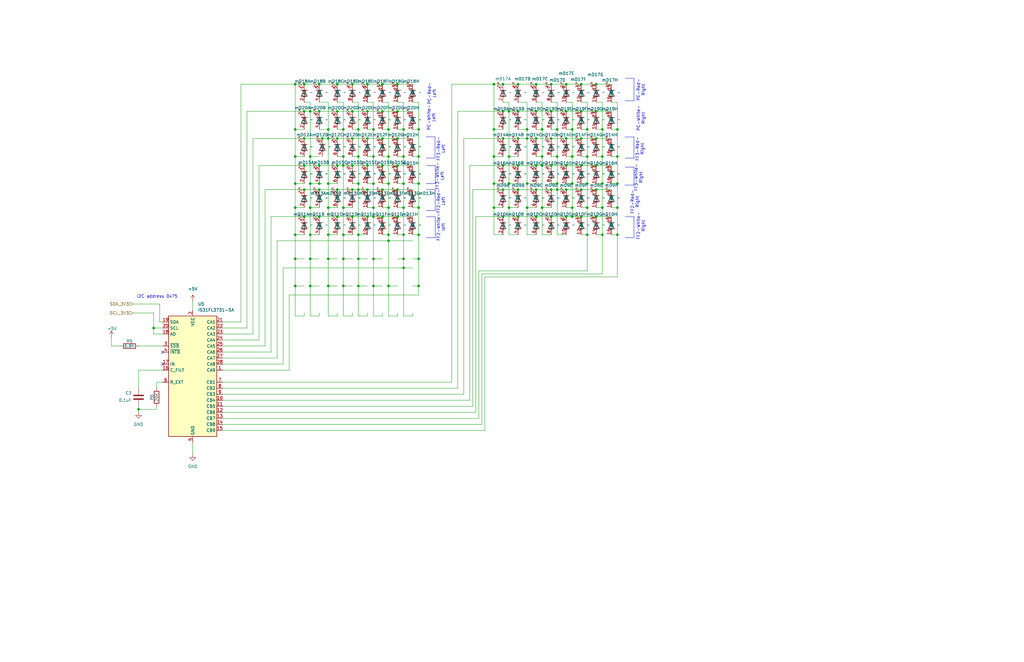
<source format=kicad_sch>
(kicad_sch (version 20231120) (generator "eeschema") (generator_version "8.0")
  (paper "B")
  (lib_symbols
    (symbol "Device:C" (pin_numbers hide) (pin_names (offset 0.254))
      (property "Reference" "C" (at 0.635 2.54 0))
      (property "Value" "C" (at 0.635 -2.54 0))
      (symbol "C_1_1"
        (pin passive line (at 0 3.81 270) (length 2.794) (name "~") (number "1"))
        (pin passive line (at 0 -3.81 90) (length 2.794) (name "~") (number "2"))
      )
    )
    (symbol "Device:R" (pin_numbers hide) (pin_names (offset 0))
      (property "Reference" "R" (at 2.032 0 90))
      (property "Value" "R" (at 0 0 90))
      (symbol "R_1_1"
        (pin passive line (at 0 3.81 270) (length 1.27) (name "~") (number "1"))
        (pin passive line (at 0 -3.81 90) (length 1.27) (name "~") (number "2"))
      )
    )
    (symbol "Driver_LED:IS31FL3731-SA"
      (property "Reference" "U" (at -10.16 26.035 0))
      (property "Value" "IS31FL3731-SA" (at 2.54 -26.035 0))
      (symbol "IS31FL3731-SA_1_1"
        (pin bidirectional line (at 12.7 2.54 180) (length 2.54) (name "CA9") (number "1"))
        (pin bidirectional line (at 12.7 -10.16 180) (length 2.54) (name "CB4") (number "10"))
        (pin bidirectional line (at 12.7 -12.7 180) (length 2.54) (name "CB5") (number "11"))
        (pin bidirectional line (at 12.7 -15.24 180) (length 2.54) (name "CB6") (number "12"))
        (pin bidirectional line (at 12.7 -17.78 180) (length 2.54) (name "CB7") (number "13"))
        (pin bidirectional line (at 12.7 -20.32 180) (length 2.54) (name "CB8") (number "14"))
        (pin bidirectional line (at 12.7 -22.86 180) (length 2.54) (name "CB9") (number "15"))
        (pin passive line (at -12.7 2.54 0) (length 2.54) (name "C_FILT") (number "16"))
        (pin input line (at -12.7 5.08 0) (length 2.54) (name "IN") (number "17"))
        (pin input line (at -12.7 17.78 0) (length 2.54) (name "AD") (number "18"))
        (pin bidirectional line (at -12.7 22.86 0) (length 2.54) (name "SDA") (number "19"))
        (pin power_in line (at 0 27.94 270) (length 2.54) (name "VCC") (number "2"))
        (pin input line (at -12.7 20.32 0) (length 2.54) (name "SCL") (number "20"))
        (pin bidirectional line (at 12.7 22.86 180) (length 2.54) (name "CA1") (number "21"))
        (pin bidirectional line (at 12.7 20.32 180) (length 2.54) (name "CA2") (number "22"))
        (pin bidirectional line (at 12.7 17.78 180) (length 2.54) (name "CA3") (number "23"))
        (pin bidirectional line (at 12.7 15.24 180) (length 2.54) (name "CA4") (number "24"))
        (pin bidirectional line (at 12.7 12.7 180) (length 2.54) (name "CA5") (number "25"))
        (pin bidirectional line (at 12.7 10.16 180) (length 2.54) (name "CA6") (number "26"))
        (pin bidirectional line (at 12.7 7.62 180) (length 2.54) (name "CA7") (number "27"))
        (pin bidirectional line (at 12.7 5.08 180) (length 2.54) (name "CA8") (number "28"))
        (pin input line (at -12.7 12.7 0) (length 2.54) (name "~{SDB}") (number "3"))
        (pin open_collector line (at -12.7 10.16 0) (length 2.54) (name "~{INTB}") (number "4"))
        (pin power_in line (at 0 -27.94 90) (length 2.54) (name "GND") (number "5"))
        (pin passive line (at -12.7 -2.54 0) (length 2.54) (name "R_EXT") (number "6"))
        (pin bidirectional line (at 12.7 -2.54 180) (length 2.54) (name "CB1") (number "7"))
        (pin bidirectional line (at 12.7 -5.08 180) (length 2.54) (name "CB2") (number "8"))
        (pin bidirectional line (at 12.7 -7.62 180) (length 2.54) (name "CB3") (number "9"))
      )
    )
    (symbol "mWW_Library:LEDx8"
      (property "Reference" "mD" (at -0.254 2.286 0))
      (symbol "LEDx8_1_1"
        (pin passive line (at -3.81 0 0) (length 2.54) (name "K1") (number "1"))
        (pin passive line (at 3.81 0 180) (length 2.54) (name "A1") (number "2"))
      )
      (symbol "LEDx8_2_1"
        (pin passive line (at -3.81 0 0) (length 2.54) (name "K2") (number "3"))
        (pin passive line (at 3.81 0 180) (length 2.54) (name "A2") (number "4"))
      )
      (symbol "LEDx8_3_1"
        (pin passive line (at -3.81 0 0) (length 2.54) (name "K3") (number "5"))
        (pin passive line (at 3.81 0 180) (length 2.54) (name "A3") (number "6"))
      )
      (symbol "LEDx8_4_1"
        (pin passive line (at -3.81 0 0) (length 2.54) (name "K4") (number "7"))
        (pin passive line (at 3.81 0 180) (length 2.54) (name "A4") (number "8"))
      )
      (symbol "LEDx8_5_1"
        (pin passive line (at 3.81 0 180) (length 2.54) (name "A5") (number "10"))
        (pin passive line (at -3.81 0 0) (length 2.54) (name "K5") (number "9"))
      )
      (symbol "LEDx8_6_1"
        (pin passive line (at -3.81 0 0) (length 2.54) (name "K6") (number "11"))
        (pin passive line (at 3.81 0 180) (length 2.54) (name "A6") (number "12"))
      )
      (symbol "LEDx8_7_1"
        (pin passive line (at -3.81 0 0) (length 2.54) (name "K7") (number "13"))
        (pin passive line (at 3.81 0 180) (length 2.54) (name "A7") (number "14"))
      )
      (symbol "LEDx8_8_1"
        (pin passive line (at -3.81 0 0) (length 2.54) (name "K8") (number "15"))
        (pin passive line (at 3.81 0 180) (length 2.54) (name "A8") (number "16"))
      )
    )
    (symbol "power:+5V" (power) (pin_numbers hide) (pin_names (offset 0) hide)
      (property "Value" "+5V" (at 0 3.556 0))
      (symbol "+5V_1_1"
        (pin power_in line (at 0 0 90) (length 0) (name "~") (number "1"))
      )
    )
    (symbol "power:GND" (power) (pin_numbers hide) (pin_names (offset 0) hide)
      (property "Value" "GND" (at 0 -3.81 0))
      (symbol "GND_1_1"
        (pin power_in line (at 0 0 270) (length 0) (name "~") (number "1"))
      )
    )
  )
  (junction (at 124.46 120.65))
  (junction (at 142.24 69.85))
  (junction (at 142.24 58.42))
  (junction (at 260.35 99.06))
  (junction (at 157.48 54.61))
  (junction (at 167.64 35.56))
  (junction (at 151.13 77.47))
  (junction (at 176.53 66.04))
  (junction (at 208.28 77.47))
  (junction (at 241.3 66.04))
  (junction (at 226.06 46.99))
  (junction (at 170.18 99.06))
  (junction (at 247.65 66.04))
  (junction (at 138.43 99.06))
  (junction (at 144.78 66.04))
  (junction (at 161.29 46.99))
  (junction (at 234.95 54.61))
  (junction (at 228.6 87.63))
  (junction (at 176.53 54.61))
  (junction (at 151.13 99.06))
  (junction (at 157.48 77.47))
  (junction (at 170.18 109.22))
  (junction (at 134.62 80.01))
  (junction (at 124.46 77.47))
  (junction (at 170.18 87.63))
  (junction (at 247.65 54.61))
  (junction (at 245.11 91.44))
  (junction (at 212.09 69.85))
  (junction (at 212.09 80.01))
  (junction (at 151.13 109.22))
  (junction (at 161.29 58.42))
  (junction (at 212.09 91.44))
  (junction (at 157.48 120.65))
  (junction (at 124.46 99.06))
  (junction (at 245.11 80.01))
  (junction (at 151.13 66.04))
  (junction (at 228.6 69.85))
  (junction (at 161.29 35.56))
  (junction (at 232.41 35.56))
  (junction (at 222.25 58.42))
  (junction (at 228.6 54.61))
  (junction (at 134.62 77.47))
  (junction (at 232.41 80.01))
  (junction (at 251.46 91.44))
  (junction (at 151.13 54.61))
  (junction (at 170.18 77.47))
  (junction (at 161.29 91.44))
  (junction (at 167.64 69.85))
  (junction (at 157.48 91.44))
  (junction (at 212.09 46.99))
  (junction (at 208.28 35.56))
  (junction (at 142.24 80.01))
  (junction (at 245.11 35.56))
  (junction (at 170.18 54.61))
  (junction (at 232.41 91.44))
  (junction (at 130.81 77.47))
  (junction (at 208.28 54.61))
  (junction (at 238.76 80.01))
  (junction (at 144.78 87.63))
  (junction (at 154.94 35.56))
  (junction (at 142.24 46.99))
  (junction (at 238.76 91.44))
  (junction (at 212.09 58.42))
  (junction (at 226.06 58.42))
  (junction (at 218.44 69.85))
  (junction (at 218.44 35.56))
  (junction (at 58.42 172.72))
  (junction (at 148.59 35.56))
  (junction (at 170.18 66.04))
  (junction (at 232.41 69.85))
  (junction (at 130.81 66.04))
  (junction (at 142.24 91.44))
  (junction (at 232.41 46.99))
  (junction (at 251.46 69.85))
  (junction (at 148.59 91.44))
  (junction (at 218.44 80.01))
  (junction (at 138.43 58.42))
  (junction (at 163.83 120.65))
  (junction (at 214.63 87.63))
  (junction (at 138.43 109.22))
  (junction (at 238.76 69.85))
  (junction (at 154.94 69.85))
  (junction (at 176.53 87.63))
  (junction (at 154.94 80.01))
  (junction (at 138.43 54.61))
  (junction (at 151.13 80.01))
  (junction (at 241.3 87.63))
  (junction (at 128.27 91.44))
  (junction (at 134.62 46.99))
  (junction (at 228.6 66.04))
  (junction (at 144.78 109.22))
  (junction (at 142.24 35.56))
  (junction (at 176.53 120.65))
  (junction (at 167.64 58.42))
  (junction (at 138.43 120.65))
  (junction (at 238.76 46.99))
  (junction (at 247.65 99.06))
  (junction (at 148.59 80.01))
  (junction (at 130.81 120.65))
  (junction (at 222.25 54.61))
  (junction (at 134.62 35.56))
  (junction (at 157.48 109.22))
  (junction (at 151.13 120.65))
  (junction (at 222.25 77.47))
  (junction (at 128.27 58.42))
  (junction (at 214.63 77.47))
  (junction (at 157.48 66.04))
  (junction (at 154.94 91.44))
  (junction (at 167.64 91.44))
  (junction (at 247.65 87.63))
  (junction (at 212.09 35.56))
  (junction (at 154.94 58.42))
  (junction (at 245.11 58.42))
  (junction (at 176.53 77.47))
  (junction (at 234.95 80.01))
  (junction (at 218.44 58.42))
  (junction (at 128.27 69.85))
  (junction (at 154.94 46.99))
  (junction (at 163.83 77.47))
  (junction (at 163.83 54.61))
  (junction (at 247.65 77.47))
  (junction (at 130.81 109.22))
  (junction (at 232.41 58.42))
  (junction (at 254 54.61))
  (junction (at 254 87.63))
  (junction (at 163.83 87.63))
  (junction (at 226.06 80.01))
  (junction (at 251.46 58.42))
  (junction (at 241.3 91.44))
  (junction (at 148.59 46.99))
  (junction (at 157.48 87.63))
  (junction (at 128.27 35.56))
  (junction (at 138.43 87.63))
  (junction (at 148.59 58.42))
  (junction (at 254 99.06))
  (junction (at 226.06 91.44))
  (junction (at 144.78 99.06))
  (junction (at 144.78 69.85))
  (junction (at 260.35 77.47))
  (junction (at 124.46 35.56))
  (junction (at 176.53 99.06))
  (junction (at 251.46 46.99))
  (junction (at 64.77 138.43))
  (junction (at 144.78 54.61))
  (junction (at 163.83 99.06))
  (junction (at 176.53 109.22))
  (junction (at 245.11 46.99))
  (junction (at 124.46 87.63))
  (junction (at 144.78 120.65))
  (junction (at 124.46 66.04))
  (junction (at 241.3 77.47))
  (junction (at 234.95 66.04))
  (junction (at 167.64 80.01))
  (junction (at 251.46 80.01))
  (junction (at 163.83 101.6))
  (junction (at 148.59 69.85))
  (junction (at 260.35 66.04))
  (junction (at 238.76 58.42))
  (junction (at 128.27 46.99))
  (junction (at 226.06 69.85))
  (junction (at 214.63 46.99))
  (junction (at 167.64 46.99))
  (junction (at 260.35 87.63))
  (junction (at 245.11 69.85))
  (junction (at 208.28 66.04))
  (junction (at 251.46 35.56))
  (junction (at 163.83 66.04))
  (junction (at 161.29 69.85))
  (junction (at 130.81 46.99))
  (junction (at 134.62 69.85))
  (junction (at 238.76 35.56))
  (junction (at 218.44 46.99))
  (junction (at 161.29 80.01))
  (junction (at 254 66.04))
  (junction (at 134.62 91.44))
  (junction (at 130.81 87.63))
  (junction (at 222.25 87.63))
  (junction (at 124.46 54.61))
  (junction (at 260.35 54.61))
  (junction (at 130.81 99.06))
  (junction (at 170.18 113.03))
  (junction (at 226.06 35.56))
  (junction (at 241.3 54.61))
  (junction (at 128.27 80.01))
  (junction (at 124.46 109.22))
  (junction (at 214.63 66.04))
  (junction (at 254 77.47))
  (junction (at 135.89 58.42))
  (junction (at 208.28 87.63))
  (junction (at 138.43 77.47))
  (junction (at 234.95 77.47))
  (junction (at 218.44 91.44))
  (no_connect (at 68.58 153.67))
  (no_connect (at 68.58 148.59))
  (wire (pts (xy 245.11 58.42) (xy 251.46 58.42)))
  (wire (pts (xy 214.63 66.04) (xy 214.63 77.47)))
  (wire (pts (xy 154.94 54.61) (xy 157.48 54.61)))
  (wire (pts (xy 144.78 120.65) (xy 148.59 120.65)))
  (wire (pts (xy 208.28 87.63) (xy 208.28 99.06)))
  (wire (pts (xy 124.46 54.61) (xy 124.46 66.04)))
  (wire (pts (xy 212.09 69.85) (xy 218.44 69.85)))
  (wire (pts (xy 247.65 66.04) (xy 247.65 77.47)))
  (wire (pts (xy 200.66 91.44) (xy 200.66 173.99)))
  (wire (pts (xy 151.13 66.04) (xy 151.13 77.47)))
  (wire (pts (xy 170.18 66.04) (xy 170.18 77.47)))
  (wire (pts (xy 128.27 46.99) (xy 130.81 46.99)))
  (polyline (pts (xy 179.7874 91.472) (xy 183.5974 91.472)))
  (wire (pts (xy 214.63 46.99) (xy 218.44 46.99)))
  (wire (pts (xy 128.27 58.42) (xy 135.89 58.42)))
  (wire (pts (xy 173.99 120.65) (xy 176.53 120.65)))
  (wire (pts (xy 208.28 77.47) (xy 208.28 87.63)))
  (wire (pts (xy 173.99 99.06) (xy 176.53 99.06)))
  (wire (pts (xy 161.29 46.99) (xy 167.64 46.99)))
  (wire (pts (xy 241.3 87.63) (xy 241.3 91.44)))
  (wire (pts (xy 251.46 69.85) (xy 257.81 69.85)))
  (wire (pts (xy 114.3 91.44) (xy 114.3 148.59)))
  (wire (pts (xy 245.11 54.61) (xy 247.65 54.61)))
  (wire (pts (xy 218.44 54.61) (xy 222.25 54.61)))
  (polyline (pts (xy 263.6074 33.052) (xy 267.4174 33.052)))
  (wire (pts (xy 161.29 132.08) (xy 161.29 133.35)))
  (wire (pts (xy 208.28 66.04) (xy 208.28 77.47)))
  (wire (pts (xy 154.94 91.44) (xy 157.48 91.44)))
  (wire (pts (xy 161.29 58.42) (xy 167.64 58.42)))
  (wire (pts (xy 151.13 99.06) (xy 154.94 99.06)))
  (wire (pts (xy 214.63 66.04) (xy 218.44 66.04)))
  (wire (pts (xy 161.29 35.56) (xy 167.64 35.56)))
  (wire (pts (xy 203.2 115.57) (xy 254 115.57)))
  (wire (pts (xy 234.95 99.06) (xy 238.76 99.06)))
  (wire (pts (xy 214.63 77.47) (xy 218.44 77.47)))
  (wire (pts (xy 124.46 77.47) (xy 124.46 87.63)))
  (wire (pts (xy 138.43 120.65) (xy 142.24 120.65)))
  (wire (pts (xy 163.83 101.6) (xy 173.99 101.6)))
  (wire (pts (xy 104.14 46.99) (xy 128.27 46.99)))
  (wire (pts (xy 144.78 43.18) (xy 144.78 54.61)))
  (polyline (pts (xy 183.515 91.472) (xy 183.515 100.33)))
  (wire (pts (xy 257.81 54.61) (xy 260.35 54.61)))
  (wire (pts (xy 214.63 43.18) (xy 214.63 46.99)))
  (wire (pts (xy 228.6 69.85) (xy 228.6 87.63)))
  (wire (pts (xy 161.29 77.47) (xy 163.83 77.47)))
  (wire (pts (xy 144.78 43.18) (xy 142.24 43.18)))
  (wire (pts (xy 222.25 87.63) (xy 226.06 87.63)))
  (wire (pts (xy 151.13 99.06) (xy 151.13 109.22)))
  (wire (pts (xy 128.27 43.18) (xy 130.81 43.18)))
  (wire (pts (xy 247.65 87.63) (xy 247.65 99.06)))
  (wire (pts (xy 151.13 120.65) (xy 154.94 120.65)))
  (wire (pts (xy 257.81 87.63) (xy 260.35 87.63)))
  (wire (pts (xy 157.48 91.44) (xy 161.29 91.44)))
  (wire (pts (xy 167.64 54.61) (xy 170.18 54.61)))
  (wire (pts (xy 241.3 54.61) (xy 241.3 66.04)))
  (wire (pts (xy 234.95 43.18) (xy 234.95 54.61)))
  (wire (pts (xy 55.88 128.27) (xy 67.31 128.27)))
  (wire (pts (xy 228.6 87.63) (xy 228.6 99.06)))
  (wire (pts (xy 58.42 156.21) (xy 58.42 163.83)))
  (wire (pts (xy 245.11 69.85) (xy 251.46 69.85)))
  (wire (pts (xy 93.98 140.97) (xy 106.68 140.97)))
  (wire (pts (xy 218.44 43.18) (xy 222.25 43.18)))
  (wire (pts (xy 148.59 35.56) (xy 154.94 35.56)))
  (wire (pts (xy 144.78 99.06) (xy 144.78 109.22)))
  (wire (pts (xy 226.06 80.01) (xy 232.41 80.01)))
  (wire (pts (xy 154.94 46.99) (xy 161.29 46.99)))
  (wire (pts (xy 135.89 58.42) (xy 138.43 58.42)))
  (wire (pts (xy 232.41 35.56) (xy 238.76 35.56)))
  (wire (pts (xy 157.48 120.65) (xy 161.29 120.65)))
  (wire (pts (xy 68.58 140.97) (xy 64.77 140.97)))
  (wire (pts (xy 119.38 113.03) (xy 170.18 113.03)))
  (wire (pts (xy 254 54.61) (xy 254 66.04)))
  (wire (pts (xy 167.64 35.56) (xy 173.99 35.56)))
  (wire (pts (xy 68.58 138.43) (xy 64.77 138.43)))
  (wire (pts (xy 163.83 120.65) (xy 167.64 120.65)))
  (wire (pts (xy 238.76 66.04) (xy 241.3 66.04)))
  (wire (pts (xy 218.44 80.01) (xy 218.44 82.55)))
  (wire (pts (xy 161.29 66.04) (xy 163.83 66.04)))
  (wire (pts (xy 58.42 172.72) (xy 66.04 172.72)))
  (wire (pts (xy 238.76 91.44) (xy 241.3 91.44)))
  (wire (pts (xy 218.44 35.56) (xy 226.06 35.56)))
  (wire (pts (xy 163.83 101.6) (xy 163.83 120.65)))
  (wire (pts (xy 58.42 146.05) (xy 68.58 146.05)))
  (wire (pts (xy 228.6 43.18) (xy 226.06 43.18)))
  (wire (pts (xy 142.24 132.08) (xy 142.24 133.35)))
  (wire (pts (xy 148.59 69.85) (xy 154.94 69.85)))
  (polyline (pts (xy 267.335 57.785) (xy 267.335 66.707)))
  (wire (pts (xy 154.94 69.85) (xy 161.29 69.85)))
  (wire (pts (xy 106.68 140.97) (xy 106.68 58.42)))
  (wire (pts (xy 101.6 135.89) (xy 101.6 35.56)))
  (wire (pts (xy 124.46 35.56) (xy 124.46 54.61)))
  (wire (pts (xy 212.09 80.01) (xy 218.44 80.01)))
  (wire (pts (xy 173.99 109.22) (xy 176.53 109.22)))
  (wire (pts (xy 151.13 80.01) (xy 151.13 77.47)))
  (wire (pts (xy 142.24 54.61) (xy 144.78 54.61)))
  (wire (pts (xy 238.76 80.01) (xy 238.76 82.55)))
  (wire (pts (xy 260.35 99.06) (xy 260.35 116.84)))
  (wire (pts (xy 212.09 91.44) (xy 218.44 91.44)))
  (wire (pts (xy 124.46 35.56) (xy 128.27 35.56)))
  (wire (pts (xy 176.53 66.04) (xy 176.53 77.47)))
  (wire (pts (xy 170.18 77.47) (xy 170.18 87.63)))
  (wire (pts (xy 144.78 120.65) (xy 144.78 133.35)))
  (wire (pts (xy 144.78 69.85) (xy 144.78 87.63)))
  (wire (pts (xy 214.63 87.63) (xy 214.63 99.06)))
  (wire (pts (xy 163.83 66.04) (xy 163.83 77.47)))
  (wire (pts (xy 111.76 146.05) (xy 111.76 80.01)))
  (wire (pts (xy 93.98 135.89) (xy 101.6 135.89)))
  (wire (pts (xy 234.95 66.04) (xy 234.95 77.47)))
  (wire (pts (xy 254 66.04) (xy 254 77.47)))
  (wire (pts (xy 201.93 176.53) (xy 201.93 114.3)))
  (wire (pts (xy 245.11 43.18) (xy 247.65 43.18)))
  (wire (pts (xy 124.46 87.63) (xy 124.46 99.06)))
  (wire (pts (xy 144.78 69.85) (xy 144.78 66.04)))
  (wire (pts (xy 81.28 186.69) (xy 81.28 191.77)))
  (wire (pts (xy 124.46 66.04) (xy 128.27 66.04)))
  (wire (pts (xy 222.25 58.42) (xy 222.25 77.47)))
  (polyline (pts (xy 179.705 77.47) (xy 183.515 77.47)))
  (wire (pts (xy 167.64 46.99) (xy 173.99 46.99)))
  (wire (pts (xy 121.92 124.46) (xy 176.53 124.46)))
  (wire (pts (xy 124.46 109.22) (xy 128.27 109.22)))
  (wire (pts (xy 142.24 66.04) (xy 144.78 66.04)))
  (polyline (pts (xy 263.6074 70.517) (xy 267.4174 70.517)))
  (wire (pts (xy 238.76 58.42) (xy 245.11 58.42)))
  (wire (pts (xy 176.53 109.22) (xy 176.53 120.65)))
  (wire (pts (xy 199.39 171.45) (xy 93.98 171.45)))
  (wire (pts (xy 138.43 43.18) (xy 138.43 54.61)))
  (wire (pts (xy 151.13 120.65) (xy 151.13 133.35)))
  (wire (pts (xy 142.24 58.42) (xy 148.59 58.42)))
  (wire (pts (xy 144.78 109.22) (xy 144.78 120.65)))
  (wire (pts (xy 232.41 77.47) (xy 234.95 77.47)))
  (wire (pts (xy 245.11 66.04) (xy 247.65 66.04)))
  (wire (pts (xy 134.62 80.01) (xy 142.24 80.01)))
  (wire (pts (xy 134.62 43.18) (xy 138.43 43.18)))
  (wire (pts (xy 142.24 91.44) (xy 148.59 91.44)))
  (wire (pts (xy 124.46 66.04) (xy 124.46 77.47)))
  (wire (pts (xy 46.99 146.05) (xy 50.8 146.05)))
  (wire (pts (xy 226.06 80.01) (xy 226.06 82.55)))
  (wire (pts (xy 238.76 77.47) (xy 241.3 77.47)))
  (wire (pts (xy 214.63 99.06) (xy 218.44 99.06)))
  (wire (pts (xy 148.59 91.44) (xy 154.94 91.44)))
  (wire (pts (xy 176.53 99.06) (xy 176.53 109.22)))
  (wire (pts (xy 128.27 80.01) (xy 134.62 80.01)))
  (wire (pts (xy 104.14 138.43) (xy 104.14 46.99)))
  (wire (pts (xy 212.09 46.99) (xy 214.63 46.99)))
  (wire (pts (xy 142.24 69.85) (xy 144.78 69.85)))
  (wire (pts (xy 151.13 54.61) (xy 151.13 66.04)))
  (wire (pts (xy 128.27 133.35) (xy 124.46 133.35)))
  (wire (pts (xy 130.81 43.18) (xy 130.81 46.99)))
  (wire (pts (xy 254 87.63) (xy 254 99.06)))
  (wire (pts (xy 138.43 120.65) (xy 138.43 133.35)))
  (wire (pts (xy 128.27 91.44) (xy 134.62 91.44)))
  (wire (pts (xy 106.68 58.42) (xy 128.27 58.42)))
  (polyline (pts (xy 179.7874 69.882) (xy 183.5974 69.882)))
  (wire (pts (xy 245.11 80.01) (xy 245.11 82.55)))
  (wire (pts (xy 134.62 77.47) (xy 135.89 77.47)))
  (wire (pts (xy 93.98 161.29) (xy 190.5 161.29)))
  (wire (pts (xy 167.64 80.01) (xy 173.99 80.01)))
  (wire (pts (xy 228.6 69.85) (xy 228.6 66.04)))
  (wire (pts (xy 161.29 99.06) (xy 163.83 99.06)))
  (wire (pts (xy 148.59 132.08) (xy 148.59 133.35)))
  (wire (pts (xy 163.83 99.06) (xy 163.83 101.6)))
  (wire (pts (xy 151.13 43.18) (xy 148.59 43.18)))
  (polyline (pts (xy 179.705 100.33) (xy 183.515 100.33)))
  (polyline (pts (xy 179.7874 80.042) (xy 183.5974 80.042)))
  (wire (pts (xy 93.98 173.99) (xy 200.66 173.99)))
  (wire (pts (xy 195.58 58.42) (xy 212.09 58.42)))
  (wire (pts (xy 151.13 43.18) (xy 151.13 54.61)))
  (wire (pts (xy 198.12 69.85) (xy 212.09 69.85)))
  (wire (pts (xy 170.18 109.22) (xy 170.18 113.03)))
  (wire (pts (xy 222.25 77.47) (xy 222.25 87.63)))
  (wire (pts (xy 226.06 91.44) (xy 232.41 91.44)))
  (wire (pts (xy 157.48 54.61) (xy 157.48 66.04)))
  (wire (pts (xy 142.24 80.01) (xy 148.59 80.01)))
  (wire (pts (xy 199.39 80.01) (xy 212.09 80.01)))
  (wire (pts (xy 176.53 77.47) (xy 176.53 87.63)))
  (wire (pts (xy 228.6 87.63) (xy 232.41 87.63)))
  (polyline (pts (xy 179.705 66.675) (xy 183.515 66.675)))
  (wire (pts (xy 93.98 156.21) (xy 121.92 156.21)))
  (wire (pts (xy 142.24 133.35) (xy 138.43 133.35)))
  (wire (pts (xy 226.06 46.99) (xy 232.41 46.99)))
  (wire (pts (xy 138.43 99.06) (xy 142.24 99.06)))
  (wire (pts (xy 46.99 142.24) (xy 46.99 146.05)))
  (wire (pts (xy 109.22 69.85) (xy 128.27 69.85)))
  (wire (pts (xy 134.62 54.61) (xy 138.43 54.61)))
  (polyline (pts (xy 183.515 80.042) (xy 183.515 88.9)))
  (wire (pts (xy 154.94 66.04) (xy 157.48 66.04)))
  (wire (pts (xy 130.81 109.22) (xy 130.81 120.65)))
  (wire (pts (xy 138.43 58.42) (xy 138.43 77.47)))
  (wire (pts (xy 157.48 43.18) (xy 157.48 54.61)))
  (wire (pts (xy 251.46 99.06) (xy 254 99.06)))
  (wire (pts (xy 130.81 133.35) (xy 134.62 133.35)))
  (wire (pts (xy 245.11 46.99) (xy 251.46 46.99)))
  (wire (pts (xy 148.59 58.42) (xy 154.94 58.42)))
  (wire (pts (xy 138.43 87.63) (xy 142.24 87.63)))
  (wire (pts (xy 251.46 46.99) (xy 257.81 46.99)))
  (wire (pts (xy 260.35 66.04) (xy 260.35 77.47)))
  (wire (pts (xy 238.76 80.01) (xy 245.11 80.01)))
  (wire (pts (xy 212.09 35.56) (xy 218.44 35.56)))
  (wire (pts (xy 154.94 80.01) (xy 161.29 80.01)))
  (wire (pts (xy 170.18 43.18) (xy 167.64 43.18)))
  (wire (pts (xy 176.53 120.65) (xy 176.53 124.46)))
  (wire (pts (xy 260.35 87.63) (xy 260.35 99.06)))
  (wire (pts (xy 260.35 77.47) (xy 260.35 87.63)))
  (wire (pts (xy 130.81 109.22) (xy 134.62 109.22)))
  (wire (pts (xy 148.59 66.04) (xy 151.13 66.04)))
  (wire (pts (xy 245.11 87.63) (xy 247.65 87.63)))
  (wire (pts (xy 260.35 43.18) (xy 260.35 54.61)))
  (wire (pts (xy 198.12 69.85) (xy 198.12 168.91)))
  (wire (pts (xy 134.62 133.35) (xy 134.62 132.08)))
  (wire (pts (xy 134.62 91.44) (xy 142.24 91.44)))
  (wire (pts (xy 114.3 91.44) (xy 128.27 91.44)))
  (wire (pts (xy 245.11 80.01) (xy 251.46 80.01)))
  (wire (pts (xy 163.83 43.18) (xy 163.83 54.61)))
  (wire (pts (xy 234.95 80.01) (xy 234.95 99.06)))
  (wire (pts (xy 124.46 54.61) (xy 128.27 54.61)))
  (wire (pts (xy 101.6 35.56) (xy 124.46 35.56)))
  (wire (pts (xy 218.44 58.42) (xy 222.25 58.42)))
  (wire (pts (xy 232.41 80.01) (xy 234.95 80.01)))
  (wire (pts (xy 254 99.06) (xy 254 115.57)))
  (polyline (pts (xy 183.4326 57.753) (xy 183.4326 66.675)))
  (polyline (pts (xy 263.6074 91.472) (xy 267.4174 91.472)))
  (wire (pts (xy 173.99 43.18) (xy 176.53 43.18)))
  (wire (pts (xy 170.18 113.03) (xy 170.18 133.35)))
  (wire (pts (xy 134.62 35.56) (xy 142.24 35.56)))
  (wire (pts (xy 124.46 77.47) (xy 128.27 77.47)))
  (wire (pts (xy 154.94 77.47) (xy 157.48 77.47)))
  (wire (pts (xy 173.99 132.08) (xy 173.99 133.35)))
  (wire (pts (xy 198.12 168.91) (xy 93.98 168.91)))
  (wire (pts (xy 157.48 66.04) (xy 157.48 77.47)))
  (wire (pts (xy 163.83 54.61) (xy 163.83 66.04)))
  (wire (pts (xy 128.27 132.08) (xy 128.27 133.35)))
  (wire (pts (xy 222.25 58.42) (xy 226.06 58.42)))
  (wire (pts (xy 130.81 46.99) (xy 130.81 66.04)))
  (wire (pts (xy 64.77 140.97) (xy 64.77 138.43)))
  (wire (pts (xy 173.99 133.35) (xy 170.18 133.35)))
  (wire (pts (xy 218.44 46.99) (xy 226.06 46.99)))
  (wire (pts (xy 68.58 135.89) (xy 67.31 135.89)))
  (wire (pts (xy 193.04 163.83) (xy 193.04 46.99)))
  (wire (pts (xy 245.11 99.06) (xy 247.65 99.06)))
  (wire (pts (xy 251.46 66.04) (xy 254 66.04)))
  (wire (pts (xy 130.81 77.47) (xy 130.81 87.63)))
  (wire (pts (xy 234.95 80.01) (xy 238.76 80.01)))
  (wire (pts (xy 251.46 80.01) (xy 257.81 80.01)))
  (wire (pts (xy 144.78 87.63) (xy 144.78 99.06)))
  (wire (pts (xy 234.95 43.18) (xy 232.41 43.18)))
  (wire (pts (xy 254 43.18) (xy 251.46 43.18)))
  (wire (pts (xy 170.18 54.61) (xy 170.18 66.04)))
  (wire (pts (xy 203.2 179.07) (xy 203.2 115.57)))
  (wire (pts (xy 260.35 54.61) (xy 260.35 66.04)))
  (wire (pts (xy 157.48 91.44) (xy 157.48 87.63)))
  (wire (pts (xy 138.43 77.47) (xy 142.24 77.47)))
  (wire (pts (xy 257.81 99.06) (xy 260.35 99.06)))
  (wire (pts (xy 251.46 77.47) (xy 254 77.47)))
  (wire (pts (xy 245.11 77.47) (xy 247.65 77.47)))
  (wire (pts (xy 157.48 77.47) (xy 157.48 87.63)))
  (wire (pts (xy 138.43 109.22) (xy 138.43 120.65)))
  (wire (pts (xy 130.81 87.63) (xy 130.81 99.06)))
  (wire (pts (xy 212.09 43.18) (xy 214.63 43.18)))
  (wire (pts (xy 148.59 54.61) (xy 151.13 54.61)))
  (wire (pts (xy 167.64 69.85) (xy 173.99 69.85)))
  (wire (pts (xy 124.46 99.06) (xy 124.46 109.22)))
  (wire (pts (xy 154.94 87.63) (xy 157.48 87.63)))
  (wire (pts (xy 161.29 133.35) (xy 157.48 133.35)))
  (wire (pts (xy 167.64 77.47) (xy 170.18 77.47)))
  (wire (pts (xy 208.28 87.63) (xy 212.09 87.63)))
  (wire (pts (xy 232.41 54.61) (xy 234.95 54.61)))
  (wire (pts (xy 170.18 113.03) (xy 173.99 113.03)))
  (wire (pts (xy 226.06 58.42) (xy 232.41 58.42)))
  (wire (pts (xy 238.76 35.56) (xy 245.11 35.56)))
  (wire (pts (xy 226.06 69.85) (xy 228.6 69.85)))
  (wire (pts (xy 134.62 46.99) (xy 142.24 46.99)))
  (wire (pts (xy 218.44 91.44) (xy 226.06 91.44)))
  (wire (pts (xy 163.83 87.63) (xy 163.83 99.06)))
  (wire (pts (xy 142.24 35.56) (xy 148.59 35.56)))
  (wire (pts (xy 157.48 109.22) (xy 157.48 120.65)))
  (wire (pts (xy 214.63 87.63) (xy 218.44 87.63)))
  (wire (pts (xy 254 43.18) (xy 254 54.61)))
  (wire (pts (xy 208.28 54.61) (xy 212.09 54.61)))
  (wire (pts (xy 148.59 46.99) (xy 154.94 46.99)))
  (wire (pts (xy 167.64 133.35) (xy 167.64 132.08)))
  (wire (pts (xy 247.65 43.18) (xy 247.65 54.61)))
  (wire (pts (xy 170.18 99.06) (xy 170.18 109.22)))
  (wire (pts (xy 212.09 77.47) (xy 208.28 77.47)))
  (wire (pts (xy 93.98 179.07) (xy 203.2 179.07)))
  (polyline (pts (xy 179.6226 57.753) (xy 183.4326 57.753)))
  (wire (pts (xy 251.46 80.01) (xy 251.46 82.55)))
  (wire (pts (xy 93.98 151.13) (xy 116.84 151.13)))
  (wire (pts (xy 93.98 153.67) (xy 119.38 153.67)))
  (wire (pts (xy 161.29 43.18) (xy 163.83 43.18)))
  (wire (pts (xy 157.48 109.22) (xy 161.29 109.22)))
  (wire (pts (xy 251.46 87.63) (xy 254 87.63)))
  (wire (pts (xy 154.94 35.56) (xy 161.29 35.56)))
  (wire (pts (xy 257.81 77.47) (xy 260.35 77.47)))
  (polyline (pts (xy 267.335 91.472) (xy 267.335 100.33)))
  (wire (pts (xy 66.04 171.45) (xy 66.04 172.72)))
  (wire (pts (xy 154.94 58.42) (xy 161.29 58.42)))
  (wire (pts (xy 167.64 99.06) (xy 170.18 99.06)))
  (wire (pts (xy 173.99 87.63) (xy 176.53 87.63)))
  (wire (pts (xy 228.6 69.85) (xy 232.41 69.85)))
  (wire (pts (xy 124.46 120.65) (xy 128.27 120.65)))
  (wire (pts (xy 176.53 87.63) (xy 176.53 99.06)))
  (wire (pts (xy 238.76 46.99) (xy 245.11 46.99)))
  (wire (pts (xy 251.46 58.42) (xy 257.81 58.42)))
  (wire (pts (xy 93.98 143.51) (xy 109.22 143.51)))
  (wire (pts (xy 173.99 66.04) (xy 176.53 66.04)))
  (wire (pts (xy 173.99 77.47) (xy 176.53 77.47)))
  (wire (pts (xy 167.64 87.63) (xy 170.18 87.63)))
  (wire (pts (xy 176.53 43.18) (xy 176.53 54.61)))
  (wire (pts (xy 257.81 66.04) (xy 260.35 66.04)))
  (wire (pts (xy 58.42 171.45) (xy 58.42 172.72)))
  (wire (pts (xy 124.46 99.06) (xy 128.27 99.06)))
  (wire (pts (xy 251.46 91.44) (xy 257.81 91.44)))
  (polyline (pts (xy 263.525 100.33) (xy 267.335 100.33)))
  (wire (pts (xy 234.95 54.61) (xy 234.95 66.04)))
  (wire (pts (xy 93.98 166.37) (xy 195.58 166.37)))
  (wire (pts (xy 55.88 132.08) (xy 64.77 132.08)))
  (wire (pts (xy 241.3 43.18) (xy 238.76 43.18)))
  (wire (pts (xy 93.98 176.53) (xy 201.93 176.53)))
  (wire (pts (xy 66.04 161.29) (xy 66.04 163.83)))
  (wire (pts (xy 204.47 116.84) (xy 260.35 116.84)))
  (wire (pts (xy 130.81 99.06) (xy 130.81 109.22)))
  (wire (pts (xy 228.6 43.18) (xy 228.6 54.61)))
  (wire (pts (xy 161.29 80.01) (xy 167.64 80.01)))
  (wire (pts (xy 157.48 91.44) (xy 157.48 109.22)))
  (wire (pts (xy 245.11 35.56) (xy 251.46 35.56)))
  (wire (pts (xy 167.64 66.04) (xy 170.18 66.04)))
  (wire (pts (xy 163.83 77.47) (xy 163.83 87.63)))
  (wire (pts (xy 130.81 66.04) (xy 134.62 66.04)))
  (wire (pts (xy 226.06 35.56) (xy 232.41 35.56)))
  (polyline (pts (xy 179.705 88.9) (xy 183.515 88.9)))
  (polyline (pts (xy 263.525 42.545) (xy 267.335 42.545)))
  (wire (pts (xy 208.28 54.61) (xy 208.28 66.04)))
  (wire (pts (xy 190.5 161.29) (xy 190.5 35.56)))
  (wire (pts (xy 201.93 114.3) (xy 247.65 114.3)))
  (wire (pts (xy 247.65 54.61) (xy 247.65 66.04)))
  (wire (pts (xy 64.77 132.08) (xy 64.77 138.43)))
  (wire (pts (xy 232.41 46.99) (xy 238.76 46.99)))
  (wire (pts (xy 226.06 54.61) (xy 228.6 54.61)))
  (wire (pts (xy 232.41 80.01) (xy 232.41 82.55)))
  (wire (pts (xy 138.43 77.47) (xy 138.43 87.63)))
  (polyline (pts (xy 183.515 69.882) (xy 183.515 77.47)))
  (wire (pts (xy 144.78 99.06) (xy 148.59 99.06)))
  (wire (pts (xy 124.46 87.63) (xy 128.27 87.63)))
  (wire (pts (xy 130.81 120.65) (xy 130.81 133.35)))
  (wire (pts (xy 241.3 91.44) (xy 245.11 91.44)))
  (polyline (pts (xy 267.335 33.052) (xy 267.335 42.545)))
  (wire (pts (xy 170.18 87.63) (xy 170.18 99.06)))
  (wire (pts (xy 226.06 66.04) (xy 228.6 66.04)))
  (polyline (pts (xy 267.335 70.517) (xy 267.335 78.105)))
  (wire (pts (xy 130.81 77.47) (xy 134.62 77.47)))
  (wire (pts (xy 167.64 109.22) (xy 170.18 109.22)))
  (wire (pts (xy 254 77.47) (xy 254 87.63)))
  (wire (pts (xy 214.63 77.47) (xy 214.63 87.63)))
  (wire (pts (xy 67.31 128.27) (xy 67.31 135.89)))
  (polyline (pts (xy 263.525 78.105) (xy 267.335 78.105)))
  (wire (pts (xy 208.28 99.06) (xy 212.09 99.06)))
  (wire (pts (xy 111.76 80.01) (xy 128.27 80.01)))
  (wire (pts (xy 151.13 133.35) (xy 154.94 133.35)))
  (wire (pts (xy 232.41 91.44) (xy 238.76 91.44)))
  (wire (pts (xy 128.27 35.56) (xy 134.62 35.56)))
  (wire (pts (xy 144.78 87.63) (xy 148.59 87.63)))
  (wire (pts (xy 241.3 77.47) (xy 241.3 66.04)))
  (wire (pts (xy 190.5 35.56) (xy 208.28 35.56)))
  (wire (pts (xy 173.99 54.61) (xy 176.53 54.61)))
  (wire (pts (xy 222.25 99.06) (xy 226.06 99.06)))
  (wire (pts (xy 93.98 181.61) (xy 204.47 181.61)))
  (wire (pts (xy 222.25 87.63) (xy 222.25 99.06)))
  (wire (pts (xy 241.3 77.47) (xy 241.3 87.63)))
  (wire (pts (xy 212.09 58.42) (xy 218.44 58.42)))
  (wire (pts (xy 157.48 43.18) (xy 154.94 43.18)))
  (wire (pts (xy 128.27 69.85) (xy 134.62 69.85)))
  (wire (pts (xy 93.98 148.59) (xy 114.3 148.59)))
  (wire (pts (xy 247.65 77.47) (xy 247.65 87.63)))
  (wire (pts (xy 238.76 87.63) (xy 241.3 87.63)))
  (wire (pts (xy 119.38 113.03) (xy 119.38 153.67)))
  (wire (pts (xy 144.78 69.85) (xy 148.59 69.85)))
  (wire (pts (xy 151.13 80.01) (xy 151.13 99.06)))
  (wire (pts (xy 130.81 99.06) (xy 134.62 99.06)))
  (wire (pts (xy 241.3 43.18) (xy 241.3 54.61)))
  (wire (pts (xy 157.48 120.65) (xy 157.48 133.35)))
  (wire (pts (xy 161.29 87.63) (xy 163.83 87.63)))
  (wire (pts (xy 116.84 101.6) (xy 163.83 101.6)))
  (wire (pts (xy 218.44 69.85) (xy 226.06 69.85)))
  (wire (pts (xy 208.28 66.04) (xy 212.09 66.04)))
  (wire (pts (xy 154.94 133.35) (xy 154.94 132.08)))
  (wire (pts (xy 121.92 124.46) (xy 121.92 156.21)))
  (wire (pts (xy 81.28 127) (xy 81.28 130.81)))
  (wire (pts (xy 195.58 166.37) (xy 195.58 58.42)))
  (wire (pts (xy 222.25 54.61) (xy 222.25 58.42)))
  (wire (pts (xy 218.44 80.01) (xy 226.06 80.01)))
  (polyline (pts (xy 263.6074 66.707) (xy 267.4174 66.707)))
  (wire (pts (xy 238.76 69.85) (xy 245.11 69.85)))
  (wire (pts (xy 130.81 66.04) (xy 130.81 77.47)))
  (wire (pts (xy 124.46 109.22) (xy 124.46 120.65)))
  (wire (pts (xy 138.43 87.63) (xy 138.43 99.06)))
  (wire (pts (xy 193.04 46.99) (xy 212.09 46.99)))
  (wire (pts (xy 234.95 77.47) (xy 234.95 80.01)))
  (wire (pts (xy 251.46 54.61) (xy 254 54.61)))
  (wire (pts (xy 93.98 163.83) (xy 193.04 163.83)))
  (wire (pts (xy 93.98 146.05) (xy 111.76 146.05)))
  (wire (pts (xy 228.6 54.61) (xy 228.6 66.04)))
  (wire (pts (xy 251.46 35.56) (xy 257.81 35.56)))
  (wire (pts (xy 228.6 99.06) (xy 232.41 99.06)))
  (wire (pts (xy 151.13 109.22) (xy 154.94 109.22)))
  (wire (pts (xy 247.65 99.06) (xy 247.65 114.3)))
  (wire (pts (xy 163.83 120.65) (xy 163.83 133.35)))
  (wire (pts (xy 161.29 91.44) (xy 167.64 91.44)))
  (wire (pts (xy 138.43 54.61) (xy 138.43 58.42)))
  (wire (pts (xy 208.28 35.56) (xy 212.09 35.56)))
  (wire (pts (xy 151.13 80.01) (xy 154.94 80.01)))
  (wire (pts (xy 214.63 46.99) (xy 214.63 66.04)))
  (wire (pts (xy 116.84 151.13) (xy 116.84 101.6)))
  (wire (pts (xy 148.59 77.47) (xy 151.13 77.47)))
  (wire (pts (xy 161.29 54.61) (xy 163.83 54.61)))
  (wire (pts (xy 144.78 54.61) (xy 144.78 66.04)))
  (wire (pts (xy 204.47 181.61) (xy 204.47 116.84)))
  (wire (pts (xy 170.18 43.18) (xy 170.18 54.61)))
  (polyline (pts (xy 263.525 57.785) (xy 267.335 57.785)))
  (wire (pts (xy 208.28 35.56) (xy 208.28 54.61)))
  (wire (pts (xy 161.29 69.85) (xy 167.64 69.85)))
  (wire (pts (xy 222.25 77.47) (xy 226.06 77.47)))
  (wire (pts (xy 232.41 66.04) (xy 234.95 66.04)))
  (wire (pts (xy 138.43 58.42) (xy 142.24 58.42)))
  (wire (pts (xy 232.41 69.85) (xy 238.76 69.85)))
  (wire (pts (xy 130.81 87.63) (xy 134.62 87.63)))
  (wire (pts (xy 151.13 109.22) (xy 151.13 120.65)))
  (wire (pts (xy 257.81 43.18) (xy 260.35 43.18)))
  (wire (pts (xy 58.42 172.72) (xy 58.42 173.99)))
  (wire (pts (xy 238.76 54.61) (xy 241.3 54.61)))
  (wire (pts (xy 167.64 58.42) (xy 173.99 58.42)))
  (wire (pts (xy 245.11 91.44) (xy 251.46 91.44)))
  (wire (pts (xy 232.41 58.42) (xy 238.76 58.42)))
  (wire (pts (xy 163.83 133.35) (xy 167.64 133.35)))
  (wire (pts (xy 130.81 120.65) (xy 134.62 120.65)))
  (wire (pts (xy 58.42 156.21) (xy 68.58 156.21)))
  (wire (pts (xy 93.98 138.43) (xy 104.14 138.43)))
  (wire (pts (xy 176.53 54.61) (xy 176.53 66.04)))
  (wire (pts (xy 148.59 80.01) (xy 151.13 80.01)))
  (wire (pts (xy 199.39 80.01) (xy 199.39 171.45)))
  (wire (pts (xy 148.59 133.35) (xy 144.78 133.35)))
  (wire (pts (xy 144.78 109.22) (xy 148.59 109.22)))
  (wire (pts (xy 124.46 120.65) (xy 124.46 133.35)))
  (wire (pts (xy 167.64 91.44) (xy 173.99 91.44)))
  (wire (pts (xy 142.24 46.99) (xy 148.59 46.99)))
  (wire (pts (xy 222.25 43.18) (xy 222.25 54.61)))
  (wire (pts (xy 66.04 161.29) (xy 68.58 161.29)))
  (wire (pts (xy 109.22 143.51) (xy 109.22 69.85)))
  (wire (pts (xy 200.66 91.44) (xy 212.09 91.44)))
  (wire (pts (xy 130.81 46.99) (xy 134.62 46.99)))
  (wire (pts (xy 138.43 109.22) (xy 142.24 109.22)))
  (wire (pts (xy 138.43 99.06) (xy 138.43 109.22)))
  (wire (pts (xy 134.62 69.85) (xy 142.24 69.85)))
  (text "FF2-White-\nleft" (at 185.928 96.012 90) (effects (font (size 1.27 1.27))))
  (text "PC-White-\nLeft" (at 181.864 49.784 90) (effects (font (size 1.27 1.27))))
  (text "FF3-White-\nRight" (at 269.24 75.057 90) (effects (font (size 1.27 1.27))))
  (text "I2C address 0x75" (at 66.294 125.222 0) (effects (font (size 1.27 1.27))))
  (text "FF2-White-\nRight" (at 270.256 95.504 90) (effects (font (size 1.27 1.27))))
  (text "PC-Red-\nRight" (at 270.256 38.1 90) (effects (font (size 1.27 1.27))))
  (text "PC-White-\nRight" (at 270.256 50.038 90) (effects (font (size 1.27 1.27))))
  (text "FF2-Red-\nRight" (at 267.716 85.344 90) (effects (font (size 1.27 1.27))))
  (text "PC-Red-\nLeft" (at 182.118 39.624 90) (effects (font (size 1.27 1.27))))
  (text "FF3-Red-\nLeft" (at 185.928 62.992 90) (effects (font (size 1.27 1.27))))
  (text "FF3-Red-\nRight" (at 269.8304 63.024 90) (effects (font (size 1.27 1.27))))
  (text "FF2-Red-\nLeft" (at 185.928 85.09 90) (effects (font (size 1.27 1.27))))
  (text "FF3-White-\nLeft" (at 185.42 74.422 90) (effects (font (size 1.27 1.27))))
  (hierarchical_label "SCL_3V3" (shape input) (at 55.88 132.08 180))
  (hierarchical_label "SDA_3V3" (shape input) (at 55.88 128.27 180))
  (symbol (lib_id "mWW_Library:LEDx8") (at 167.64 95.25 270) (unit 7)
    (property "Reference" "mD11" (at 163.068 90.424 90) (effects (justify left)))
    (property "Value" "~" (at 170.18 94.9325 90) (effects (justify left)))
    (property "Footprint" "mWW-Library:LED_D3.0mm_8x_bank_panel" (effects (hide yes)))
  )
  (symbol (lib_id "mWW_Library:LEDx8") (at 128.27 95.25 270) (unit 1)
    (property "Reference" "mD11" (at 123.698 90.424 90) (effects (justify left)))
    (property "Value" "~" (at 130.81 94.9325 90) (effects (justify left)))
    (property "Footprint" "mWW-Library:LED_D3.0mm_8x_bank_panel" (effects (hide yes)))
  )
  (symbol (lib_id "mWW_Library:LEDx8") (at 212.09 39.37 270) (unit 1)
    (property "Reference" "mD17" (at 208.788 33.274 90) (effects (justify left)))
    (property "Value" "~" (at 214.63 39.0525 90) (effects (justify left)))
    (property "Footprint" "mWW-Library:LED_D3.0mm_8x_bank_panel" (effects (hide yes)))
  )
  (symbol (lib_id "mWW_Library:LEDx8") (at 128.27 83.82 270) (unit 1)
    (property "Reference" "mD13" (at 130.81 81.5974 90) (effects (justify left)))
    (property "Value" "~" (at 130.81 83.5025 90) (effects (justify left)))
    (property "Footprint" "mWW-Library:LED_D3.0mm_8x_bank_panel" (effects (hide yes)))
  )
  (symbol (lib_id "mWW_Library:LEDx8") (at 226.06 50.8 270) (unit 3)
    (property "Reference" "mD19" (at 221.996 45.974 90) (effects (justify left)))
    (property "Value" "~" (at 228.6 50.4825 90) (effects (justify left)))
    (property "Footprint" "mWW-Library:LED_D3.0mm_8x_bank_panel" (effects (hide yes)))
  )
  (symbol (lib_id "mWW_Library:LEDx8") (at 232.41 73.66 270) (unit 4)
    (property "Reference" "mD16" (at 228.092 68.834 90) (effects (justify left)))
    (property "Value" "~" (at 234.95 73.3425 90) (effects (justify left)))
    (property "Footprint" "mWW-Library:LED_D3.0mm_8x_bank_panel" (effects (hide yes)))
  )
  (symbol (lib_id "mWW_Library:LEDx8") (at 232.41 39.37 270) (unit 4)
    (property "Reference" "mD17" (at 231.648 33.782 90) (effects (justify left)))
    (property "Value" "~" (at 234.95 39.0525 90) (effects (justify left)))
    (property "Footprint" "mWW-Library:LED_D3.0mm_8x_bank_panel" (effects (hide yes)))
  )
  (symbol (lib_id "mWW_Library:LEDx8") (at 161.29 73.66 270) (unit 6)
    (property "Reference" "mD15" (at 158.75 68.58 90) (effects (justify left)))
    (property "Value" "~" (at 163.83 73.3425 90) (effects (justify left)))
    (property "Footprint" "mWW-Library:LED_D3.0mm_8x_bank_panel" (effects (hide yes)))
  )
  (symbol (lib_id "mWW_Library:LEDx8") (at 134.62 73.66 270) (unit 2)
    (property "Reference" "mD15" (at 132.08 68.58 90) (effects (justify left)))
    (property "Value" "~" (at 137.16 73.3425 90) (effects (justify left)))
    (property "Footprint" "mWW-Library:LED_D3.0mm_8x_bank_panel" (effects (hide yes)))
  )
  (symbol (lib_id "mWW_Library:LEDx8") (at 212.09 73.66 270) (unit 1)
    (property "Reference" "mD16" (at 207.772 68.834 90) (effects (justify left)))
    (property "Value" "~" (at 214.63 73.3425 90) (effects (justify left)))
    (property "Footprint" "mWW-Library:LED_D3.0mm_8x_bank_panel" (effects (hide yes)))
  )
  (symbol (lib_id "mWW_Library:LEDx8") (at 245.11 73.66 270) (unit 6)
    (property "Reference" "mD16" (at 240.792 68.834 90) (effects (justify left)))
    (property "Value" "~" (at 247.65 73.3425 90) (effects (justify left)))
    (property "Footprint" "mWW-Library:LED_D3.0mm_8x_bank_panel" (effects (hide yes)))
  )
  (symbol (lib_id "mWW_Library:LEDx8") (at 226.06 39.37 270) (unit 3)
    (property "Reference" "mD17" (at 224.282 33.274 90) (effects (justify left)))
    (property "Value" "~" (at 228.6 39.0525 90) (effects (justify left)))
    (property "Footprint" "mWW-Library:LED_D3.0mm_8x_bank_panel" (effects (hide yes)))
  )
  (symbol (lib_id "mWW_Library:LEDx8") (at 128.27 50.8 270) (unit 1)
    (property "Reference" "mD20" (at 124.206 45.466 90) (effects (justify left)))
    (property "Value" "~" (at 130.81 50.4825 90) (effects (justify left)))
    (property "Footprint" "mWW-Library:LED_D3.0mm_6x_bank_panel" (effects (hide yes)))
  )
  (symbol (lib_id "mWW_Library:LEDx8") (at 257.81 95.25 270) (unit 8)
    (property "Reference" "mD10" (at 253.492 90.424 90) (effects (justify left)))
    (property "Value" "~" (at 260.35 94.9325 90) (effects (justify left)))
    (property "Footprint" "mWW-Library:LED_D3.0mm_8x_bank_panel" (effects (hide yes)))
  )
  (symbol (lib_id "mWW_Library:LEDx8") (at 154.94 95.25 270) (unit 5)
    (property "Reference" "mD11" (at 150.368 90.424 90) (effects (justify left)))
    (property "Value" "~" (at 157.48 94.9325 90) (effects (justify left)))
    (property "Footprint" "mWW-Library:LED_D3.0mm_8x_bank_panel" (effects (hide yes)))
  )
  (symbol (lib_id "mWW_Library:LEDx8") (at 218.44 62.23 270) (unit 2)
    (property "Reference" "mD14" (at 214.122 56.896 90) (effects (justify left)))
    (property "Value" "~" (at 220.98 61.9125 90) (effects (justify left)))
    (property "Footprint" "mWW-Library:LED_D3.0mm_8x_bank_panel" (effects (hide yes)))
  )
  (symbol (lib_id "mWW_Library:LEDx8") (at 251.46 95.25 270) (unit 7)
    (property "Reference" "mD10" (at 247.142 90.424 90) (effects (justify left)))
    (property "Value" "~" (at 254 94.9325 90) (effects (justify left)))
    (property "Footprint" "mWW-Library:LED_D3.0mm_8x_bank_panel" (effects (hide yes)))
  )
  (symbol (lib_id "mWW_Library:LEDx8") (at 212.09 83.82 270) (unit 1)
    (property "Reference" "mD9" (at 209.296 78.232 90) (effects (justify left)))
    (property "Value" "~" (at 214.63 83.5025 90) (effects (justify left)))
    (property "Footprint" "mWW-Library:LED_D3.0mm_8x_bank_panel" (effects (hide yes)))
  )
  (symbol (lib_id "mWW_Library:LEDx8") (at 238.76 39.37 270) (unit 5)
    (property "Reference" "mD17" (at 235.458 30.988 90) (effects (justify left)))
    (property "Value" "~" (at 241.3 39.0525 90) (effects (justify left)))
    (property "Footprint" "mWW-Library:LED_D3.0mm_8x_bank_panel" (effects (hide yes)))
  )
  (symbol (lib_id "mWW_Library:LEDx8") (at 154.94 62.23 270) (unit 5)
    (property "Reference" "mD12" (at 150.622 56.896 90) (effects (justify left)))
    (property "Value" "~" (at 157.48 61.9125 90) (effects (justify left)))
    (property "Footprint" "mWW-Library:LED_D3.0mm_8x_bank_panel" (effects (hide yes)))
  )
  (symbol (lib_id "mWW_Library:LEDx8") (at 154.94 50.8 270) (unit 5)
    (property "Reference" "mD20" (at 150.876 45.466 90) (effects (justify left)))
    (property "Value" "~" (at 157.48 50.4825 90) (effects (justify left)))
    (property "Footprint" "mWW-Library:LED_D3.0mm_6x_bank_panel" (effects (hide yes)))
  )
  (symbol (lib_id "mWW_Library:LEDx8") (at 238.76 95.25 270) (unit 5)
    (property "Reference" "mD10" (at 234.442 90.424 90) (effects (justify left)))
    (property "Value" "~" (at 241.3 94.9325 90) (effects (justify left)))
    (property "Footprint" "mWW-Library:LED_D3.0mm_8x_bank_panel" (effects (hide yes)))
  )
  (symbol (lib_id "mWW_Library:LEDx8") (at 251.46 39.37 270) (unit 7)
    (property "Reference" "mD17" (at 247.65 31.496 90) (effects (justify left)))
    (property "Value" "~" (at 254 39.0525 90) (effects (justify left)))
    (property "Footprint" "mWW-Library:LED_D3.0mm_8x_bank_panel" (effects (hide yes)))
  )
  (symbol (lib_id "mWW_Library:LEDx8") (at 232.41 50.8 270) (unit 4)
    (property "Reference" "mD19" (at 228.346 45.974 90) (effects (justify left)))
    (property "Value" "~" (at 234.95 50.4825 90) (effects (justify left)))
    (property "Footprint" "mWW-Library:LED_D3.0mm_8x_bank_panel" (effects (hide yes)))
  )
  (symbol (lib_id "mWW_Library:LEDx8") (at 251.46 50.8 270) (unit 7)
    (property "Reference" "mD19" (at 247.396 45.974 90) (effects (justify left)))
    (property "Value" "~" (at 254 50.4825 90) (effects (justify left)))
    (property "Footprint" "mWW-Library:LED_D3.0mm_8x_bank_panel" (effects (hide yes)))
  )
  (symbol (lib_id "mWW_Library:LEDx8") (at 232.41 95.25 270) (unit 4)
    (property "Reference" "mD10" (at 228.092 90.424 90) (effects (justify left)))
    (property "Value" "~" (at 234.95 94.9325 90) (effects (justify left)))
    (property "Footprint" "mWW-Library:LED_D3.0mm_8x_bank_panel" (effects (hide yes)))
  )
  (symbol (lib_id "mWW_Library:LEDx8") (at 245.11 50.8 270) (unit 6)
    (property "Reference" "mD19" (at 241.046 45.974 90) (effects (justify left)))
    (property "Value" "~" (at 247.65 50.4825 90) (effects (justify left)))
    (property "Footprint" "mWW-Library:LED_D3.0mm_8x_bank_panel" (effects (hide yes)))
  )
  (symbol (lib_id "mWW_Library:LEDx8") (at 251.46 83.82 270) (unit 7)
    (property "Reference" "mD9" (at 248.666 78.232 90) (effects (justify left)))
    (property "Value" "~" (at 254 83.5025 90) (effects (justify left)))
    (property "Footprint" "mWW-Library:LED_D3.0mm_8x_bank_panel" (effects (hide yes)))
  )
  (symbol (lib_id "mWW_Library:LEDx8") (at 167.64 39.37 270) (unit 7)
    (property "Reference" "mD18" (at 163.576 34.29 90) (effects (justify left)))
    (property "Value" "~" (at 170.18 39.0525 90) (effects (justify left)))
    (property "Footprint" "mWW-Library:LED_D3.0mm_6x_bank_panel" (effects (hide yes)))
  )
  (symbol (lib_id "mWW_Library:LEDx8") (at 142.24 95.25 270) (unit 3)
    (property "Reference" "mD11" (at 137.668 90.424 90) (effects (justify left)))
    (property "Value" "~" (at 144.78 94.9325 90) (effects (justify left)))
    (property "Footprint" "mWW-Library:LED_D3.0mm_8x_bank_panel" (effects (hide yes)))
  )
  (symbol (lib_id "mWW_Library:LEDx8") (at 128.27 62.23 270) (unit 1)
    (property "Reference" "mD12" (at 124.968 56.896 90) (effects (justify left)))
    (property "Value" "~" (at 130.81 61.9125 90) (effects (justify left)))
    (property "Footprint" "mWW-Library:LED_D3.0mm_8x_bank_panel" (effects (hide yes)))
  )
  (symbol (lib_id "mWW_Library:LEDx8") (at 173.99 73.66 270) (unit 8)
    (property "Reference" "mD15" (at 169.672 68.834 90) (effects (justify left)))
    (property "Value" "~" (at 176.53 73.3425 90) (effects (justify left)))
    (property "Footprint" "mWW-Library:LED_D3.0mm_8x_bank_panel" (effects (hide yes)))
  )
  (symbol (lib_id "mWW_Library:LEDx8") (at 142.24 39.37 270) (unit 3)
    (property "Reference" "mD18" (at 138.176 34.29 90) (effects (justify left)))
    (property "Value" "~" (at 144.78 39.0525 90) (effects (justify left)))
    (property "Footprint" "mWW-Library:LED_D3.0mm_6x_bank_panel" (effects (hide yes)))
  )
  (symbol (lib_id "mWW_Library:LEDx8") (at 142.24 50.8 270) (unit 3)
    (property "Reference" "mD20" (at 138.176 45.466 90) (effects (justify left)))
    (property "Value" "~" (at 144.78 50.4825 90) (effects (justify left)))
    (property "Footprint" "mWW-Library:LED_D3.0mm_6x_bank_panel" (effects (hide yes)))
  )
  (symbol (lib_id "mWW_Library:LEDx8") (at 167.64 73.66 270) (unit 7)
    (property "Reference" "mD15" (at 164.592 68.58 90) (effects (justify left)))
    (property "Value" "~" (at 170.18 73.3425 90) (effects (justify left)))
    (property "Footprint" "mWW-Library:LED_D3.0mm_8x_bank_panel" (effects (hide yes)))
  )
  (symbol (lib_id "power:GND") (at 81.28 191.77 0) (unit 1)
    (property "Reference" "#PWR012" (effects (hide yes)))
    (property "Value" "GND" (at 81.28 196.85 0))
    (property "Description" "Power symbol creates a global label with name \"GND\" , ground" (effects (hide yes)))
  )
  (symbol (lib_id "mWW_Library:LEDx8") (at 245.11 83.82 270) (unit 6)
    (property "Reference" "mD9" (at 242.316 78.232 90) (effects (justify left)))
    (property "Value" "~" (at 247.65 83.5025 90) (effects (justify left)))
    (property "Footprint" "mWW-Library:LED_D3.0mm_8x_bank_panel" (effects (hide yes)))
  )
  (symbol (lib_id "mWW_Library:LEDx8") (at 226.06 62.23 270) (unit 3)
    (property "Reference" "mD14" (at 221.742 56.896 90) (effects (justify left)))
    (property "Value" "~" (at 228.6 61.9125 90) (effects (justify left)))
    (property "Footprint" "mWW-Library:LED_D3.0mm_8x_bank_panel" (effects (hide yes)))
  )
  (symbol (lib_id "mWW_Library:LEDx8") (at 128.27 73.66 270) (unit 1)
    (property "Reference" "mD15" (at 125.73 68.58 90) (effects (justify left)))
    (property "Value" "~" (at 130.81 73.3425 90) (effects (justify left)))
    (property "Footprint" "mWW-Library:LED_D3.0mm_8x_bank_panel" (effects (hide yes)))
  )
  (symbol (lib_id "mWW_Library:LEDx8") (at 154.94 73.66 270) (unit 5)
    (property "Reference" "mD15" (at 152.4 68.58 90) (effects (justify left)))
    (property "Value" "~" (at 157.48 73.3425 90) (effects (justify left)))
    (property "Footprint" "mWW-Library:LED_D3.0mm_8x_bank_panel" (effects (hide yes)))
  )
  (symbol (lib_id "mWW_Library:LEDx8") (at 245.11 95.25 270) (unit 6)
    (property "Reference" "mD10" (at 240.792 90.424 90) (effects (justify left)))
    (property "Value" "~" (at 247.65 94.9325 90) (effects (justify left)))
    (property "Footprint" "mWW-Library:LED_D3.0mm_8x_bank_panel" (effects (hide yes)))
  )
  (symbol (lib_id "Driver_LED:IS31FL3731-SA") (at 81.28 158.75 0) (unit 1)
    (property "Reference" "U5" (at 83.4741 128.27 0) (effects (justify left)))
    (property "Value" "IS31FL3731-SA" (at 83.4741 130.81 0) (effects (justify left)))
    (property "Footprint" "mWW-Library:Null-FootPrint" (effects (hide yes)))
    (property "Datasheet" "http://www.issi.com/WW/pdf/31FL3731.pdf" (effects (hide yes)))
    (property "Description" "9x16 LED matrix driver with 8-bit PWM and breathing, SSOP-28" (effects (hide yes)))
  )
  (symbol (lib_id "mWW_Library:LEDx8") (at 173.99 83.82 270) (unit 8)
    (property "Reference" "mD13" (at 176.53 81.5974 90) (effects (justify left)))
    (property "Value" "~" (at 176.53 83.5025 90) (effects (justify left)))
    (property "Footprint" "mWW-Library:LED_D3.0mm_8x_bank_panel" (effects (hide yes)))
  )
  (symbol (lib_id "mWW_Library:LEDx8") (at 218.44 73.66 270) (unit 2)
    (property "Reference" "mD16" (at 214.122 68.834 90) (effects (justify left)))
    (property "Value" "~" (at 220.98 73.3425 90) (effects (justify left)))
    (property "Footprint" "mWW-Library:LED_D3.0mm_8x_bank_panel" (effects (hide yes)))
  )
  (symbol (lib_id "mWW_Library:LEDx8") (at 135.89 62.23 270) (unit 2)
    (property "Reference" "mD12" (at 131.572 56.896 90) (effects (justify left)))
    (property "Value" "~" (at 138.43 61.9125 90) (effects (justify left)))
    (property "Footprint" "mWW-Library:LED_D3.0mm_8x_bank_panel" (effects (hide yes)))
  )
  (symbol (lib_id "mWW_Library:LEDx8") (at 251.46 73.66 270) (unit 7)
    (property "Reference" "mD16" (at 247.142 68.834 90) (effects (justify left)))
    (property "Value" "~" (at 254 73.3425 90) (effects (justify left)))
    (property "Footprint" "mWW-Library:LED_D3.0mm_8x_bank_panel" (effects (hide yes)))
  )
  (symbol (lib_id "mWW_Library:LEDx8") (at 134.62 50.8 270) (unit 2)
    (property "Reference" "mD20" (at 130.556 45.466 90) (effects (justify left)))
    (property "Value" "~" (at 137.16 50.4825 90) (effects (justify left)))
    (property "Footprint" "mWW-Library:LED_D3.0mm_6x_bank_panel" (effects (hide yes)))
  )
  (symbol (lib_id "mWW_Library:LEDx8") (at 128.27 39.37 270) (unit 1)
    (property "Reference" "mD18" (at 124.206 34.29 90) (effects (justify left)))
    (property "Value" "~" (at 130.81 39.0525 90) (effects (justify left)))
    (property "Footprint" "mWW-Library:LED_D3.0mm_6x_bank_panel" (effects (hide yes)))
  )
  (symbol (lib_id "mWW_Library:LEDx8") (at 226.06 95.25 270) (unit 3)
    (property "Reference" "mD10" (at 221.742 90.424 90) (effects (justify left)))
    (property "Value" "~" (at 228.6 94.9325 90) (effects (justify left)))
    (property "Footprint" "mWW-Library:LED_D3.0mm_8x_bank_panel" (effects (hide yes)))
  )
  (symbol (lib_id "mWW_Library:LEDx8") (at 148.59 83.82 270) (unit 4)
    (property "Reference" "mD13" (at 151.13 81.5974 90) (effects (justify left)))
    (property "Value" "~" (at 151.13 83.5025 90) (effects (justify left)))
    (property "Footprint" "mWW-Library:LED_D3.0mm_8x_bank_panel" (effects (hide yes)))
  )
  (symbol (lib_id "mWW_Library:LEDx8") (at 238.76 83.82 270) (unit 5)
    (property "Reference" "mD9" (at 235.966 78.232 90) (effects (justify left)))
    (property "Value" "~" (at 241.3 83.5025 90) (effects (justify left)))
    (property "Footprint" "mWW-Library:LED_D3.0mm_8x_bank_panel" (effects (hide yes)))
  )
  (symbol (lib_id "mWW_Library:LEDx8") (at 148.59 95.25 270) (unit 4)
    (property "Reference" "mD11" (at 144.018 90.424 90) (effects (justify left)))
    (property "Value" "~" (at 151.13 94.9325 90) (effects (justify left)))
    (property "Footprint" "mWW-Library:LED_D3.0mm_8x_bank_panel" (effects (hide yes)))
  )
  (symbol (lib_id "mWW_Library:LEDx8") (at 173.99 62.23 270) (unit 8)
    (property "Reference" "mD12" (at 169.672 56.896 90) (effects (justify left)))
    (property "Value" "~" (at 176.53 61.9125 90) (effects (justify left)))
    (property "Footprint" "mWW-Library:LED_D3.0mm_8x_bank_panel" (effects (hide yes)))
  )
  (symbol (lib_id "mWW_Library:LEDx8") (at 148.59 62.23 270) (unit 4)
    (property "Reference" "mD12" (at 144.272 56.896 90) (effects (justify left)))
    (property "Value" "~" (at 151.13 61.9125 90) (effects (justify left)))
    (property "Footprint" "mWW-Library:LED_D3.0mm_8x_bank_panel" (effects (hide yes)))
  )
  (symbol (lib_id "mWW_Library:LEDx8") (at 218.44 83.82 270) (unit 2)
    (property "Reference" "mD9" (at 215.646 78.232 90) (effects (justify left)))
    (property "Value" "~" (at 220.98 83.5025 90) (effects (justify left)))
    (property "Footprint" "mWW-Library:LED_D3.0mm_8x_bank_panel" (effects (hide yes)))
  )
  (symbol (lib_id "power:+5V") (at 46.99 142.24 0) (unit 1)
    (property "Reference" "#PWR09" (effects (hide yes)))
    (property "Value" "+5V" (at 47.244 138.684 0))
    (property "Description" "Power symbol creates a global label with name \"+5V\"" (effects (hide yes)))
  )
  (symbol (lib_id "mWW_Library:LEDx8") (at 142.24 73.66 270) (unit 3)
    (property "Reference" "mD15" (at 139.7 68.58 90) (effects (justify left)))
    (property "Value" "~" (at 144.78 73.3425 90) (effects (justify left)))
    (property "Footprint" "mWW-Library:LED_D3.0mm_8x_bank_panel" (effects (hide yes)))
  )
  (symbol (lib_id "mWW_Library:LEDx8") (at 173.99 95.25 270) (unit 8)
    (property "Reference" "mD11" (at 169.418 90.424 90) (effects (justify left)))
    (property "Value" "~" (at 176.53 94.9325 90) (effects (justify left)))
    (property "Footprint" "mWW-Library:LED_D3.0mm_8x_bank_panel" (effects (hide yes)))
  )
  (symbol (lib_id "mWW_Library:LEDx8") (at 154.94 83.82 270) (unit 5)
    (property "Reference" "mD13" (at 157.48 81.5974 90) (effects (justify left)))
    (property "Value" "~" (at 157.48 83.5025 90) (effects (justify left)))
    (property "Footprint" "mWW-Library:LED_D3.0mm_8x_bank_panel" (effects (hide yes)))
  )
  (symbol (lib_id "mWW_Library:LEDx8") (at 148.59 50.8 270) (unit 4)
    (property "Reference" "mD20" (at 144.526 45.466 90) (effects (justify left)))
    (property "Value" "~" (at 151.13 50.4825 90) (effects (justify left)))
    (property "Footprint" "mWW-Library:LED_D3.0mm_6x_bank_panel" (effects (hide yes)))
  )
  (symbol (lib_id "mWW_Library:LEDx8") (at 218.44 50.8 270) (unit 2)
    (property "Reference" "mD19" (at 214.376 45.974 90) (effects (justify left)))
    (property "Value" "~" (at 220.98 50.4825 90) (effects (justify left)))
    (property "Footprint" "mWW-Library:LED_D3.0mm_8x_bank_panel" (effects (hide yes)))
  )
  (symbol (lib_id "mWW_Library:LEDx8") (at 134.62 83.82 270) (unit 2)
    (property "Reference" "mD13" (at 137.16 81.5974 90) (effects (justify left)))
    (property "Value" "~" (at 137.16 83.5025 90) (effects (justify left)))
    (property "Footprint" "mWW-Library:LED_D3.0mm_8x_bank_panel" (effects (hide yes)))
  )
  (symbol (lib_id "mWW_Library:LEDx8") (at 257.81 83.82 270) (unit 8)
    (property "Reference" "mD9" (at 255.016 78.232 90) (effects (justify left)))
    (property "Value" "~" (at 260.35 83.5025 90) (effects (justify left)))
    (property "Footprint" "mWW-Library:LED_D3.0mm_8x_bank_panel" (effects (hide yes)))
  )
  (symbol (lib_id "mWW_Library:LEDx8") (at 148.59 39.37 270) (unit 4)
    (property "Reference" "mD18" (at 144.526 34.29 90) (effects (justify left)))
    (property "Value" "~" (at 151.13 39.0525 90) (effects (justify left)))
    (property "Footprint" "mWW-Library:LED_D3.0mm_6x_bank_panel" (effects (hide yes)))
  )
  (symbol (lib_id "mWW_Library:LEDx8") (at 161.29 62.23 270) (unit 6)
    (property "Reference" "mD12" (at 156.972 56.896 90) (effects (justify left)))
    (property "Value" "~" (at 163.83 61.9125 90) (effects (justify left)))
    (property "Footprint" "mWW-Library:LED_D3.0mm_8x_bank_panel" (effects (hide yes)))
  )
  (symbol (lib_id "mWW_Library:LEDx8") (at 212.09 62.23 270) (unit 1)
    (property "Reference" "mD14" (at 207.772 56.896 90) (effects (justify left)))
    (property "Value" "~" (at 214.63 61.9125 90) (effects (justify left)))
    (property "Footprint" "mWW-Library:LED_D3.0mm_8x_bank_panel" (effects (hide yes)))
  )
  (symbol (lib_id "mWW_Library:LEDx8") (at 161.29 83.82 270) (unit 6)
    (property "Reference" "mD13" (at 163.83 81.5974 90) (effects (justify left)))
    (property "Value" "~" (at 163.83 83.5025 90) (effects (justify left)))
    (property "Footprint" "mWW-Library:LED_D3.0mm_8x_bank_panel" (effects (hide yes)))
  )
  (symbol (lib_id "mWW_Library:LEDx8") (at 167.64 83.82 270) (unit 7)
    (property "Reference" "mD13" (at 170.18 81.5974 90) (effects (justify left)))
    (property "Value" "~" (at 170.18 83.5025 90) (effects (justify left)))
    (property "Footprint" "mWW-Library:LED_D3.0mm_8x_bank_panel" (effects (hide yes)))
  )
  (symbol (lib_id "mWW_Library:LEDx8") (at 218.44 95.25 270) (unit 2)
    (property "Reference" "mD10" (at 214.122 90.424 90) (effects (justify left)))
    (property "Value" "~" (at 220.98 94.9325 90) (effects (justify left)))
    (property "Footprint" "mWW-Library:LED_D3.0mm_8x_bank_panel" (effects (hide yes)))
  )
  (symbol (lib_id "mWW_Library:LEDx8") (at 161.29 95.25 270) (unit 6)
    (property "Reference" "mD11" (at 156.718 90.424 90) (effects (justify left)))
    (property "Value" "~" (at 163.83 94.9325 90) (effects (justify left)))
    (property "Footprint" "mWW-Library:LED_D3.0mm_8x_bank_panel" (effects (hide yes)))
  )
  (symbol (lib_id "mWW_Library:LEDx8") (at 238.76 73.66 270) (unit 5)
    (property "Reference" "mD16" (at 234.442 68.834 90) (effects (justify left)))
    (property "Value" "~" (at 241.3 73.3425 90) (effects (justify left)))
    (property "Footprint" "mWW-Library:LED_D3.0mm_8x_bank_panel" (effects (hide yes)))
  )
  (symbol (lib_id "mWW_Library:LEDx8") (at 154.94 39.37 270) (unit 5)
    (property "Reference" "mD18" (at 150.876 34.29 90) (effects (justify left)))
    (property "Value" "~" (at 157.48 39.0525 90) (effects (justify left)))
    (property "Footprint" "mWW-Library:LED_D3.0mm_6x_bank_panel" (effects (hide yes)))
  )
  (symbol (lib_id "mWW_Library:LEDx8") (at 238.76 50.8 270) (unit 5)
    (property "Reference" "mD19" (at 234.696 45.974 90) (effects (justify left)))
    (property "Value" "~" (at 241.3 50.4825 90) (effects (justify left)))
    (property "Footprint" "mWW-Library:LED_D3.0mm_8x_bank_panel" (effects (hide yes)))
  )
  (symbol (lib_id "mWW_Library:LEDx8") (at 226.06 83.82 270) (unit 3)
    (property "Reference" "mD9" (at 223.266 78.232 90) (effects (justify left)))
    (property "Value" "~" (at 228.6 83.5025 90) (effects (justify left)))
    (property "Footprint" "mWW-Library:LED_D3.0mm_8x_bank_panel" (effects (hide yes)))
  )
  (symbol (lib_id "mWW_Library:LEDx8") (at 134.62 39.37 270) (unit 2)
    (property "Reference" "mD18" (at 130.556 34.29 90) (effects (justify left)))
    (property "Value" "~" (at 137.16 39.0525 90) (effects (justify left)))
    (property "Footprint" "mWW-Library:LED_D3.0mm_6x_bank_panel" (effects (hide yes)))
  )
  (symbol (lib_id "mWW_Library:LEDx8") (at 238.76 62.23 270) (unit 5)
    (property "Reference" "mD14" (at 234.442 56.896 90) (effects (justify left)))
    (property "Value" "~" (at 241.3 61.9125 90) (effects (justify left)))
    (property "Footprint" "mWW-Library:LED_D3.0mm_8x_bank_panel" (effects (hide yes)))
  )
  (symbol (lib_id "Device:R") (at 66.04 167.64 180) (unit 1)
    (property "Reference" "R6" (at 64.008 167.64 90))
    (property "Value" "20K" (at 66.04 167.64 90))
    (property "Footprint" "mWW-Library:Null-FootPrint" (effects (hide yes)))
    (property "Description" "Resistor" (effects (hide yes)))
  )
  (symbol (lib_id "mWW_Library:LEDx8") (at 161.29 39.37 270) (unit 6)
    (property "Reference" "mD18" (at 157.226 34.29 90) (effects (justify left)))
    (property "Value" "~" (at 163.83 39.0525 90) (effects (justify left)))
    (property "Footprint" "mWW-Library:LED_D3.0mm_6x_bank_panel" (effects (hide yes)))
  )
  (symbol (lib_id "power:GND") (at 58.42 173.99 0) (unit 1)
    (property "Reference" "#PWR010" (effects (hide yes)))
    (property "Value" "GND" (at 58.42 179.07 0))
    (property "Description" "Power symbol creates a global label with name \"GND\" , ground" (effects (hide yes)))
  )
  (symbol (lib_id "mWW_Library:LEDx8") (at 167.64 50.8 270) (unit 7)
    (property "Reference" "mD20" (at 163.576 45.466 90) (effects (justify left)))
    (property "Value" "~" (at 170.18 50.4825 90) (effects (justify left)))
    (property "Footprint" "mWW-Library:LED_D3.0mm_6x_bank_panel" (effects (hide yes)))
  )
  (symbol (lib_id "mWW_Library:LEDx8") (at 257.81 39.37 270) (unit 8)
    (property "Reference" "mD17" (at 253.746 33.782 90) (effects (justify left)))
    (property "Value" "~" (at 260.35 39.0525 90) (effects (justify left)))
    (property "Footprint" "mWW-Library:LED_D3.0mm_8x_bank_panel" (effects (hide yes)))
  )
  (symbol (lib_id "mWW_Library:LEDx8") (at 212.09 95.25 270) (unit 1)
    (property "Reference" "mD10" (at 207.772 90.424 90) (effects (justify left)))
    (property "Value" "~" (at 214.63 94.9325 90) (effects (justify left)))
    (property "Footprint" "mWW-Library:LED_D3.0mm_8x_bank_panel" (effects (hide yes)))
  )
  (symbol (lib_id "mWW_Library:LEDx8") (at 257.81 62.23 270) (unit 8)
    (property "Reference" "mD14" (at 253.492 56.896 90) (effects (justify left)))
    (property "Value" "~" (at 260.35 61.9125 90) (effects (justify left)))
    (property "Footprint" "mWW-Library:LED_D3.0mm_8x_bank_panel" (effects (hide yes)))
  )
  (symbol (lib_id "mWW_Library:LEDx8") (at 226.06 73.66 270) (unit 3)
    (property "Reference" "mD16" (at 221.742 68.834 90) (effects (justify left)))
    (property "Value" "~" (at 228.6 73.3425 90) (effects (justify left)))
    (property "Footprint" "mWW-Library:LED_D3.0mm_8x_bank_panel" (effects (hide yes)))
  )
  (symbol (lib_id "Device:R") (at 54.61 146.05 90) (unit 1)
    (property "Reference" "R5" (at 54.61 144.018 90))
    (property "Value" "6.8K" (at 54.61 146.05 90))
    (property "Footprint" "mWW-Library:Null-FootPrint" (effects (hide yes)))
    (property "Description" "Resistor" (effects (hide yes)))
  )
  (symbol (lib_id "power:+5V") (at 81.28 127 0) (unit 1)
    (property "Reference" "#PWR011" (effects (hide yes)))
    (property "Value" "+5V" (at 81.28 121.92 0))
    (property "Description" "Power symbol creates a global label with name \"+5V\"" (effects (hide yes)))
  )
  (symbol (lib_id "mWW_Library:LEDx8") (at 148.59 73.66 270) (unit 4)
    (property "Reference" "mD15" (at 146.05 68.58 90) (effects (justify left)))
    (property "Value" "~" (at 151.13 73.3425 90) (effects (justify left)))
    (property "Footprint" "mWW-Library:LED_D3.0mm_8x_bank_panel" (effects (hide yes)))
  )
  (symbol (lib_id "mWW_Library:LEDx8") (at 173.99 50.8 270) (unit 8)
    (property "Reference" "mD20" (at 169.926 45.466 90) (effects (justify left)))
    (property "Value" "~" (at 176.53 50.4825 90) (effects (justify left)))
    (property "Footprint" "mWW-Library:LED_D3.0mm_6x_bank_panel" (effects (hide yes)))
  )
  (symbol (lib_id "mWW_Library:LEDx8") (at 245.11 62.23 270) (unit 6)
    (property "Reference" "mD14" (at 240.792 56.896 90) (effects (justify left)))
    (property "Value" "~" (at 247.65 61.9125 90) (effects (justify left)))
    (property "Footprint" "mWW-Library:LED_D3.0mm_8x_bank_panel" (effects (hide yes)))
  )
  (symbol (lib_id "mWW_Library:LEDx8") (at 257.81 73.66 270) (unit 8)
    (property "Reference" "mD16" (at 253.492 68.834 90) (effects (justify left)))
    (property "Value" "~" (at 260.35 73.3425 90) (effects (justify left)))
    (property "Footprint" "mWW-Library:LED_D3.0mm_8x_bank_panel" (effects (hide yes)))
  )
  (symbol (lib_id "mWW_Library:LEDx8") (at 232.41 62.23 270) (unit 4)
    (property "Reference" "mD14" (at 228.092 56.896 90) (effects (justify left)))
    (property "Value" "~" (at 234.95 61.9125 90) (effects (justify left)))
    (property "Footprint" "mWW-Library:LED_D3.0mm_8x_bank_panel" (effects (hide yes)))
  )
  (symbol (lib_id "mWW_Library:LEDx8") (at 212.09 50.8 270) (unit 1)
    (property "Reference" "mD19" (at 208.026 45.974 90) (effects (justify left)))
    (property "Value" "~" (at 214.63 50.4825 90) (effects (justify left)))
    (property "Footprint" "mWW-Library:LED_D3.0mm_8x_bank_panel" (effects (hide yes)))
  )
  (symbol (lib_id "Device:C") (at 58.42 167.64 0) (unit 1)
    (property "Reference" "C3" (at 52.832 165.862 0) (effects (justify left)))
    (property "Value" "0.1uF" (at 50.038 168.91 0) (effects (justify left)))
    (property "Footprint" "mWW-Library:Null-FootPrint" (effects (hide yes)))
    (property "Description" "Unpolarized capacitor" (effects (hide yes)))
  )
  (symbol (lib_id "mWW_Library:LEDx8") (at 173.99 39.37 270) (unit 8)
    (property "Reference" "mD18" (at 169.926 34.29 90) (effects (justify left)))
    (property "Value" "~" (at 176.53 39.0525 90) (effects (justify left)))
    (property "Footprint" "mWW-Library:LED_D3.0mm_6x_bank_panel" (effects (hide yes)))
  )
  (symbol (lib_id "mWW_Library:LEDx8") (at 167.64 62.23 270) (unit 7)
    (property "Reference" "mD12" (at 163.322 56.896 90) (effects (justify left)))
    (property "Value" "~" (at 170.18 61.9125 90) (effects (justify left)))
    (property "Footprint" "mWW-Library:LED_D3.0mm_8x_bank_panel" (effects (hide yes)))
  )
  (symbol (lib_id "mWW_Library:LEDx8") (at 161.29 50.8 270) (unit 6)
    (property "Reference" "mD20" (at 157.226 45.466 90) (effects (justify left)))
    (property "Value" "~" (at 163.83 50.4825 90) (effects (justify left)))
    (property "Footprint" "mWW-Library:LED_D3.0mm_6x_bank_panel" (effects (hide yes)))
  )
  (symbol (lib_id "mWW_Library:LEDx8") (at 142.24 83.82 270) (unit 3)
    (property "Reference" "mD13" (at 144.78 81.5974 90) (effects (justify left)))
    (property "Value" "~" (at 144.78 83.5025 90) (effects (justify left)))
    (property "Footprint" "mWW-Library:LED_D3.0mm_8x_bank_panel" (effects (hide yes)))
  )
  (symbol (lib_id "mWW_Library:LEDx8") (at 218.44 39.37 270) (unit 2)
    (property "Reference" "mD17" (at 216.916 33.274 90) (effects (justify left)))
    (property "Value" "~" (at 220.98 39.0525 90) (effects (justify left)))
    (property "Footprint" "mWW-Library:LED_D3.0mm_8x_bank_panel" (effects (hide yes)))
  )
  (symbol (lib_id "mWW_Library:LEDx8") (at 232.41 83.82 270) (unit 4)
    (property "Reference" "mD9" (at 229.616 78.232 90) (effects (justify left)))
    (property "Value" "~" (at 234.95 83.5025 90) (effects (justify left)))
    (property "Footprint" "mWW-Library:LED_D3.0mm_8x_bank_panel" (effects (hide yes)))
  )
  (symbol (lib_id "mWW_Library:LEDx8") (at 257.81 50.8 270) (unit 8)
    (property "Reference" "mD19" (at 253.746 45.974 90) (effects (justify left)))
    (property "Value" "~" (at 260.35 50.4825 90) (effects (justify left)))
    (property "Footprint" "mWW-Library:LED_D3.0mm_8x_bank_panel" (effects (hide yes)))
  )
  (symbol (lib_id "mWW_Library:LEDx8") (at 134.62 95.25 270) (unit 2)
    (property "Reference" "mD11" (at 130.048 90.424 90) (effects (justify left)))
    (property "Value" "~" (at 137.16 94.9325 90) (effects (justify left)))
    (property "Footprint" "mWW-Library:LED_D3.0mm_8x_bank_panel" (effects (hide yes)))
  )
  (symbol (lib_id "mWW_Library:LEDx8") (at 245.11 39.37 270) (unit 6)
    (property "Reference" "mD17" (at 240.538 33.528 90) (effects (justify left)))
    (property "Value" "~" (at 247.65 39.0525 90) (effects (justify left)))
    (property "Footprint" "mWW-Library:LED_D3.0mm_8x_bank_panel" (effects (hide yes)))
  )
  (symbol (lib_id "mWW_Library:LEDx8") (at 142.24 62.23 270) (unit 3)
    (property "Reference" "mD12" (at 137.922 56.896 90) (effects (justify left)))
    (property "Value" "~" (at 144.78 61.9125 90) (effects (justify left)))
    (property "Footprint" "mWW-Library:LED_D3.0mm_8x_bank_panel" (effects (hide yes)))
  )
  (symbol (lib_id "mWW_Library:LEDx8") (at 251.46 62.23 270) (unit 7)
    (property "Reference" "mD14" (at 247.142 56.896 90) (effects (justify left)))
    (property "Value" "~" (at 254 61.9125 90) (effects (justify left)))
    (property "Footprint" "mWW-Library:LED_D3.0mm_8x_bank_panel" (effects (hide yes)))
  )
)
</source>
